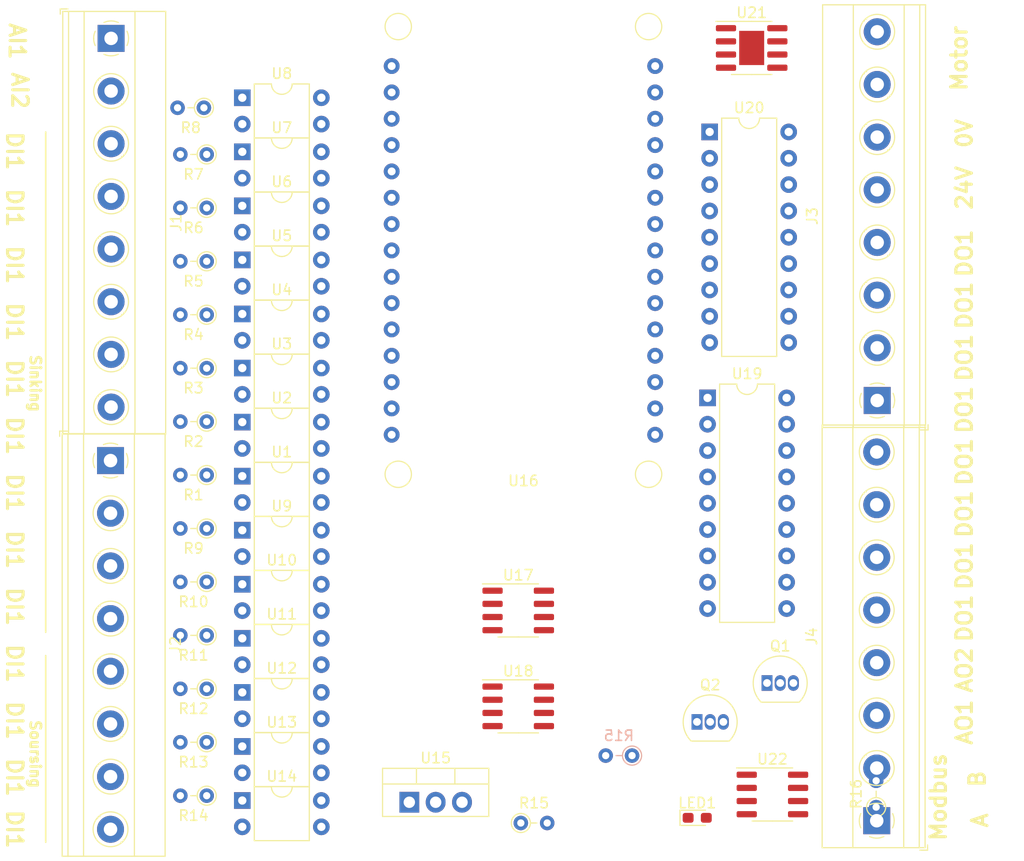
<source format=kicad_pcb>
(kicad_pcb (version 20211014) (generator pcbnew)
  (layers (0 "F.Cu" signal) (31 "B.Cu" signal) (34 "B.Paste" user) (35 "F.Paste" user) (36 "B.SilkS" user "B.Silkscreen") (37 "F.SilkS" user "F.Silkscreen") (38 "B.Mask" user) (39 "F.Mask" user) (44 "Edge.Cuts" user))
  (net 0 "")
  (net 1 "Net-(R1-Pad1)")
  (net 2 "Net-(R2-Pad1)")
  (net 3 "Net-(R3-Pad1)")
  (net 4 "Net-(R4-Pad1)")
  (net 5 "Net-(R5-Pad1)")
  (net 6 "Net-(R6-Pad1)")
  (net 7 "Net-(R7-Pad1)")
  (net 8 "Net-(R8-Pad1)")
  (net 9 "GND")
  (net 23 "Net-(R9-Pad1)")
  (net 24 "Net-(R10-Pad1)")
  (net 25 "Net-(R11-Pad1)")
  (net 26 "Net-(R12-Pad1)")
  (net 27 "Net-(R13-Pad1)")
  (net 28 "Net-(R14-Pad1)")
  (net 47 "Net-(J3-Pad1)")
  (net 50 "Net-(J3-Pad2)")
  (net 51 "Net-(J3-Pad3)")
  (net 52 "Net-(J3-Pad4)")
  (net 53 "Net-(J3-Pad5)")
  (net 54 "Net-(J4-Pad1)")
  (net 55 "Net-(J4-Pad2)")
  (net 56 "/RTS")
  (net 62 "Net-(J3-Pad7)")
  (net 63 "Net-(J3-Pad8)")
  (net 64 "Net-(LED1-PadA)")
  (net 67 "Net-(J4-Pad5)")
  (net 68 "Net-(J4-Pad6)")
  (net 69 "Net-(J4-Pad7)")
  (net 70 "Net-(J4-Pad8)")
  (net 83 "Net-(R4-Pad2)")
  (net 84 "Net-(R3-Pad2)")
  (net 85 "Net-(R2-Pad2)")
  (net 86 "Net-(R1-Pad2)")
  (net 103 "Net-(U1-Pad2)")
  (net 107 "+24V")
  (footprint "Package_DIP:DIP-4_W7.62mm" (layer "F.Cu") (at 145.9 43.051926)
    (fp_text reference "U8" (at 3.81 -2.33) (layer "F.SilkS"))
    (fp_text value "PC817")
    (pad "1" thru_hole rect (at 0 0) (size 1.6 1.6) (drill 0.8) (layers *.Cu *.Mask) (net 8 "Net-(R8-Pad1)"))
    (pad "2" thru_hole oval (at 0 2.54) (size 1.6 1.6) (drill 0.8) (layers *.Cu *.Mask) (net 103 "Net-(U1-Pad2)"))
    (pad "3" thru_hole oval (at 7.62 2.54) (size 1.6 1.6) (drill 0.8) (layers *.Cu *.Mask))
    (pad "4" thru_hole oval (at 7.62 0) (size 1.6 1.6) (drill 0.8) (layers *.Cu *.Mask))
  )
  (footprint "Package_DIP:DIP-4_W7.62mm" (layer "F.Cu") (at 145.9 95.190386)
    (fp_text reference "U11" (at 3.81 -2.33) (layer "F.SilkS"))
    (fp_text value "PC817")
    (pad "1" thru_hole rect (at 0 0) (size 1.6 1.6) (drill 0.8) (layers *.Cu *.Mask) (net 107 "+24V"))
    (pad "2" thru_hole oval (at 0 2.54) (size 1.6 1.6) (drill 0.8) (layers *.Cu *.Mask) (net 25 "Net-(R11-Pad1)"))
    (pad "3" thru_hole oval (at 7.62 2.54) (size 1.6 1.6) (drill 0.8) (layers *.Cu *.Mask))
    (pad "4" thru_hole oval (at 7.62 0) (size 1.6 1.6) (drill 0.8) (layers *.Cu *.Mask))
  )
  (footprint "TerminalBlock_Phoenix:TerminalBlock_Phoenix_MKDS-1,5-8-5.08_1x08_P5.08mm_Horizontal" (layer "F.Cu") (at 133.2 78.046924 -90)
    (fp_text reference "J2" (at 17.78 -6.26 90) (layer "F.SilkS"))
    (fp_text value "Screw_Terminal_01x08")
    (pad "1" thru_hole rect (at 0 0 270) (size 2.6 2.6) (drill 1.3) (layers *.Cu *.Mask))
    (pad "2" thru_hole circle (at 5.08 0 270) (size 2.6 2.6) (drill 1.3) (layers *.Cu *.Mask))
    (pad "3" thru_hole circle (at 10.16 0 270) (size 2.6 2.6) (drill 1.3) (layers *.Cu *.Mask))
    (pad "4" thru_hole circle (at 15.24 0 270) (size 2.6 2.6) (drill 1.3) (layers *.Cu *.Mask))
    (pad "5" thru_hole circle (at 20.32 0 270) (size 2.6 2.6) (drill 1.3) (layers *.Cu *.Mask))
    (pad "6" thru_hole circle (at 25.4 0 270) (size 2.6 2.6) (drill 1.3) (layers *.Cu *.Mask))
    (pad "7" thru_hole circle (at 30.48 0 270) (size 2.6 2.6) (drill 1.3) (layers *.Cu *.Mask))
    (pad "8" thru_hole circle (at 35.56 0 270) (size 2.6 2.6) (drill 1.3) (layers *.Cu *.Mask))
  )
  (footprint "Package_SO:SOIC-8-1EP_3.9x4.9mm_P1.27mm_EP2.41x3.3mm" (layer "F.Cu") (at 195 38.25)
    (fp_text reference "U21" (at 0 -3.4) (layer "F.SilkS"))
    (fp_text value "TB67H451FNG ")
    (pad "1" smd roundrect (at -2.475 -1.905) (size 1.95 0.6) (layers "F.Cu" "F.Paste" "F.Mask"))
    (pad "2" smd roundrect (at -2.475 -0.635) (size 1.95 0.6) (layers "F.Cu" "F.Paste" "F.Mask"))
    (pad "3" smd roundrect (at -2.475 0.635) (size 1.95 0.6) (layers "F.Cu" "F.Paste" "F.Mask"))
    (pad "4" smd roundrect (at -2.475 1.905) (size 1.95 0.6) (layers "F.Cu" "F.Paste" "F.Mask"))
    (pad "5" smd roundrect (at 2.475 1.905) (size 1.95 0.6) (layers "F.Cu" "F.Paste" "F.Mask") (net 53 "Net-(J3-Pad5)"))
    (pad "6" smd roundrect (at 2.475 0.635) (size 1.95 0.6) (layers "F.Cu" "F.Paste" "F.Mask") (net 63 "Net-(J3-Pad8)"))
    (pad "7" smd roundrect (at 2.475 -0.635) (size 1.95 0.6) (layers "F.Cu" "F.Paste" "F.Mask"))
    (pad "8" smd roundrect (at 2.475 -1.905) (size 1.95 0.6) (layers "F.Cu" "F.Paste" "F.Mask") (net 62 "Net-(J3-Pad7)"))
    (pad "9" smd rect (at 0 0) (size 2.41 3.3) (layers "F.Cu" "F.Mask"))
  )
  (footprint "Package_DIP:DIP-4_W7.62mm" (layer "F.Cu") (at 145.9 63.90731)
    (fp_text reference "U4" (at 3.81 -2.33) (layer "F.SilkS"))
    (fp_text value "PC817")
    (pad "1" thru_hole rect (at 0 0) (size 1.6 1.6) (drill 0.8) (layers *.Cu *.Mask) (net 4 "Net-(R4-Pad1)"))
    (pad "2" thru_hole oval (at 0 2.54) (size 1.6 1.6) (drill 0.8) (layers *.Cu *.Mask) (net 103 "Net-(U1-Pad2)"))
    (pad "3" thru_hole oval (at 7.62 2.54) (size 1.6 1.6) (drill 0.8) (layers *.Cu *.Mask))
    (pad "4" thru_hole oval (at 7.62 0) (size 1.6 1.6) (drill 0.8) (layers *.Cu *.Mask))
  )
  (footprint "Resistor_THT:R_Axial_DIN0204_L3.6mm_D1.6mm_P2.54mm_Vertical" (layer "F.Cu") (at 142.47 48.519232 180)
    (fp_text reference "R7" (at 1.27 -1.92 180) (layer "F.SilkS"))
    (fp_text value "R")
    (pad "1" thru_hole circle (at 0 0 180) (size 1.4 1.4) (drill 0.7) (layers *.Cu *.Mask) (net 7 "Net-(R7-Pad1)"))
    (pad "2" thru_hole oval (at 2.54 0 180) (size 1.4 1.4) (drill 0.7) (layers *.Cu *.Mask))
  )
  (footprint "TerminalBlock_Phoenix:TerminalBlock_Phoenix_MKDS-1,5-8-5.08_1x08_P5.08mm_Horizontal" (layer "F.Cu") (at 133.255 37.326924 -90)
    (fp_text reference "J1" (at 17.78 -6.26 90) (layer "F.SilkS"))
    (fp_text value "Screw_Terminal_01x08")
    (pad "1" thru_hole rect (at 0 0 270) (size 2.6 2.6) (drill 1.3) (layers *.Cu *.Mask))
    (pad "2" thru_hole circle (at 5.08 0 270) (size 2.6 2.6) (drill 1.3) (layers *.Cu *.Mask))
    (pad "3" thru_hole circle (at 10.16 0 270) (size 2.6 2.6) (drill 1.3) (layers *.Cu *.Mask) (net 86 "Net-(R1-Pad2)"))
    (pad "4" thru_hole circle (at 15.24 0 270) (size 2.6 2.6) (drill 1.3) (layers *.Cu *.Mask) (net 85 "Net-(R2-Pad2)"))
    (pad "5" thru_hole circle (at 20.32 0 270) (size 2.6 2.6) (drill 1.3) (layers *.Cu *.Mask) (net 84 "Net-(R3-Pad2)"))
    (pad "6" thru_hole circle (at 25.4 0 270) (size 2.6 2.6) (drill 1.3) (layers *.Cu *.Mask) (net 83 "Net-(R4-Pad2)"))
    (pad "7" thru_hole circle (at 30.48 0 270) (size 2.6 2.6) (drill 1.3) (layers *.Cu *.Mask))
    (pad "8" thru_hole circle (at 35.56 0 270) (size 2.6 2.6) (drill 1.3) (layers *.Cu *.Mask))
  )
  (footprint "Resistor_THT:R_Axial_DIN0204_L3.6mm_D1.6mm_P2.54mm_Vertical" (layer "F.Cu") (at 142.47 69.134616 180)
    (fp_text reference "R3" (at 1.27 -1.92 180) (layer "F.SilkS"))
    (fp_text value "R")
    (pad "1" thru_hole circle (at 0 0 180) (size 1.4 1.4) (drill 0.7) (layers *.Cu *.Mask) (net 3 "Net-(R3-Pad1)"))
    (pad "2" thru_hole oval (at 2.54 0 180) (size 1.4 1.4) (drill 0.7) (layers *.Cu *.Mask) (net 84 "Net-(R3-Pad2)"))
  )
  (footprint "Resistor_THT:R_Axial_DIN0204_L3.6mm_D1.6mm_P2.54mm_Vertical" (layer "F.Cu") (at 172.75 113)
    (fp_text reference "R15" (at 1.27 -1.92) (layer "F.SilkS"))
    (fp_text value "R220")
    (pad "1" thru_hole circle (at 0 0) (size 1.4 1.4) (drill 0.7) (layers *.Cu *.Mask))
    (pad "2" thru_hole oval (at 2.54 0) (size 1.4 1.4) (drill 0.7) (layers *.Cu *.Mask))
  )
  (footprint "Package_DIP:DIP-4_W7.62mm" (layer "F.Cu") (at 145.9 79.548848)
    (fp_text reference "U1" (at 3.81 -2.33) (layer "F.SilkS"))
    (fp_text value "PC817")
    (pad "1" thru_hole rect (at 0 0) (size 1.6 1.6) (drill 0.8) (layers *.Cu *.Mask) (net 1 "Net-(R1-Pad1)"))
    (pad "2" thru_hole oval (at 0 2.54) (size 1.6 1.6) (drill 0.8) (layers *.Cu *.Mask) (net 103 "Net-(U1-Pad2)"))
    (pad "3" thru_hole oval (at 7.62 2.54) (size 1.6 1.6) (drill 0.8) (layers *.Cu *.Mask))
    (pad "4" thru_hole oval (at 7.62 0) (size 1.6 1.6) (drill 0.8) (layers *.Cu *.Mask))
  )
  (footprint "Package_DIP:DIP-4_W7.62mm" (layer "F.Cu") (at 145.9 89.97654)
    (fp_text reference "U10" (at 3.81 -2.33) (layer "F.SilkS"))
    (fp_text value "PC817")
    (pad "1" thru_hole rect (at 0 0) (size 1.6 1.6) (drill 0.8) (layers *.Cu *.Mask) (net 24 "Net-(R10-Pad1)"))
    (pad "2" thru_hole oval (at 0 2.54) (size 1.6 1.6) (drill 0.8) (layers *.Cu *.Mask) (net 103 "Net-(U1-Pad2)"))
    (pad "3" thru_hole oval (at 7.62 2.54) (size 1.6 1.6) (drill 0.8) (layers *.Cu *.Mask))
    (pad "4" thru_hole oval (at 7.62 0) (size 1.6 1.6) (drill 0.8) (layers *.Cu *.Mask))
  )
  (footprint "Package_SO:SOIC-8_3.9x4.9mm_P1.27mm" (layer "F.Cu") (at 172.5 101.75)
    (fp_text reference "U18" (at 0 -3.4) (layer "F.SilkS"))
    (fp_text value "XTR115U")
    (pad "1" smd roundrect (at -2.475 -1.905) (size 1.95 0.6) (layers "F.Cu" "F.Paste" "F.Mask"))
    (pad "2" smd roundrect (at -2.475 -0.635) (size 1.95 0.6) (layers "F.Cu" "F.Paste" "F.Mask"))
    (pad "3" smd roundrect (at -2.475 0.635) (size 1.95 0.6) (layers "F.Cu" "F.Paste" "F.Mask"))
    (pad "4" smd roundrect (at -2.475 1.905) (size 1.95 0.6) (layers "F.Cu" "F.Paste" "F.Mask"))
    (pad "5" smd roundrect (at 2.475 1.905) (size 1.95 0.6) (layers "F.Cu" "F.Paste" "F.Mask"))
    (pad "6" smd roundrect (at 2.475 0.635) (size 1.95 0.6) (layers "F.Cu" "F.Paste" "F.Mask"))
    (pad "7" smd roundrect (at 2.475 -0.635) (size 1.95 0.6) (layers "F.Cu" "F.Paste" "F.Mask"))
    (pad "8" smd roundrect (at 2.475 -1.905) (size 1.95 0.6) (layers "F.Cu" "F.Paste" "F.Mask"))
  )
  (footprint "Resistor_THT:R_Axial_DIN0204_L3.6mm_D1.6mm_P2.54mm_Vertical" (layer "F.Cu") (at 142.47 53.673078 180)
    (fp_text reference "R6" (at 1.27 -1.92 180) (layer "F.SilkS"))
    (fp_text value "R")
    (pad "1" thru_hole circle (at 0 0 180) (size 1.4 1.4) (drill 0.7) (layers *.Cu *.Mask) (net 6 "Net-(R6-Pad1)"))
    (pad "2" thru_hole oval (at 2.54 0 180) (size 1.4 1.4) (drill 0.7) (layers *.Cu *.Mask))
  )
  (footprint "Package_DIP:DIP-4_W7.62mm" (layer "F.Cu") (at 145.9 84.762694)
    (fp_text reference "U9" (at 3.81 -2.33) (layer "F.SilkS"))
    (fp_text value "PC817")
    (pad "1" thru_hole rect (at 0 0) (size 1.6 1.6) (drill 0.8) (layers *.Cu *.Mask) (net 23 "Net-(R9-Pad1)"))
    (pad "2" thru_hole oval (at 0 2.54) (size 1.6 1.6) (drill 0.8) (layers *.Cu *.Mask) (net 103 "Net-(U1-Pad2)"))
    (pad "3" thru_hole oval (at 7.62 2.54) (size 1.6 1.6) (drill 0.8) (layers *.Cu *.Mask))
    (pad "4" thru_hole oval (at 7.62 0) (size 1.6 1.6) (drill 0.8) (layers *.Cu *.Mask))
  )
  (footprint "Package_DIP:DIP-18_W7.62mm" (layer "F.Cu") (at 190.75 72)
    (fp_text reference "U19" (at 3.81 -2.33) (layer "F.SilkS"))
    (fp_text value "PCF8574")
    (pad "1" thru_hole rect (at 0 0) (size 1.6 1.6) (drill 0.8) (layers *.Cu *.Mask))
    (pad "2" thru_hole oval (at 0 2.54) (size 1.6 1.6) (drill 0.8) (layers *.Cu *.Mask))
    (pad "3" thru_hole oval (at 0 5.08) (size 1.6 1.6) (drill 0.8) (layers *.Cu *.Mask))
    (pad "4" thru_hole oval (at 0 7.62) (size 1.6 1.6) (drill 0.8) (layers *.Cu *.Mask))
    (pad "5" thru_hole oval (at 0 10.16) (size 1.6 1.6) (drill 0.8) (layers *.Cu *.Mask))
    (pad "6" thru_hole oval (at 0 12.7) (size 1.6 1.6) (drill 0.8) (layers *.Cu *.Mask))
    (pad "7" thru_hole oval (at 0 15.24) (size 1.6 1.6) (drill 0.8) (layers *.Cu *.Mask))
    (pad "8" thru_hole oval (at 0 17.78) (size 1.6 1.6) (drill 0.8) (layers *.Cu *.Mask))
    (pad "9" thru_hole oval (at 0 20.32) (size 1.6 1.6) (drill 0.8) (layers *.Cu *.Mask))
    (pad "10" thru_hole oval (at 7.62 20.32) (size 1.6 1.6) (drill 0.8) (layers *.Cu *.Mask))
    (pad "11" thru_hole oval (at 7.62 17.78) (size 1.6 1.6) (drill 0.8) (layers *.Cu *.Mask))
    (pad "12" thru_hole oval (at 7.62 15.24) (size 1.6 1.6) (drill 0.8) (layers *.Cu *.Mask))
    (pad "13" thru_hole oval (at 7.62 12.7) (size 1.6 1.6) (drill 0.8) (layers *.Cu *.Mask))
    (pad "14" thru_hole oval (at 7.62 10.16) (size 1.6 1.6) (drill 0.8) (layers *.Cu *.Mask))
    (pad "15" thru_hole oval (at 7.62 7.62) (size 1.6 1.6) (drill 0.8) (layers *.Cu *.Mask))
    (pad "16" thru_hole oval (at 7.62 5.08) (size 1.6 1.6) (drill 0.8) (layers *.Cu *.Mask))
    (pad "17" thru_hole oval (at 7.62 2.54) (size 1.6 1.6) (drill 0.8) (layers *.Cu *.Mask))
    (pad "18" thru_hole oval (at 7.62 0) (size 1.6 1.6) (drill 0.8) (layers *.Cu *.Mask))
  )
  (footprint "Resistor_THT:R_Axial_DIN0204_L3.6mm_D1.6mm_P2.54mm_Vertical" (layer "F.Cu") (at 142.47 63.98077 180)
    (fp_text reference "R4" (at 1.27 -1.92 180) (layer "F.SilkS"))
    (fp_text value "R")
    (pad "1" thru_hole circle (at 0 0 180) (size 1.4 1.4) (drill 0.7) (layers *.Cu *.Mask) (net 4 "Net-(R4-Pad1)"))
    (pad "2" thru_hole oval (at 2.54 0 180) (size 1.4 1.4) (drill 0.7) (layers *.Cu *.Mask) (net 83 "Net-(R4-Pad2)"))
  )
  (footprint "TerminalBlock_Phoenix:TerminalBlock_Phoenix_MKDS-1,5-8-5.08_1x08_P5.08mm_Horizontal" (layer "F.Cu") (at 207.1 72.25 90)
    (fp_text reference "J3" (at 17.78 -6.26 90) (layer "F.SilkS"))
    (fp_text value "Screw_Terminal_01x08")
    (pad "1" thru_hole rect (at 0 0 90) (size 2.6 2.6) (drill 1.3) (layers *.Cu *.Mask) (net 47 "Net-(J3-Pad1)"))
    (pad "2" thru_hole circle (at 5.08 0 90) (size 2.6 2.6) (drill 1.3) (layers *.Cu *.Mask) (net 50 "Net-(J3-Pad2)"))
    (pad "3" thru_hole circle (at 10.16 0 90) (size 2.6 2.6) (drill 1.3) (layers *.Cu *.Mask) (net 51 "Net-(J3-Pad3)"))
    (pad "4" thru_hole circle (at 15.24 0 90) (size 2.6 2.6) (drill 1.3) (layers *.Cu *.Mask) (net 52 "Net-(J3-Pad4)"))
    (pad "5" thru_hole circle (at 20.32 0 90) (size 2.6 2.6) (drill 1.3) (layers *.Cu *.Mask) (net 53 "Net-(J3-Pad5)"))
    (pad "6" thru_hole circle (at 25.4 0 90) (size 2.6 2.6) (drill 1.3) (layers *.Cu *.Mask) (net 9 "GND"))
    (pad "7" thru_hole circle (at 30.48 0 90) (size 2.6 2.6) (drill 1.3) (layers *.Cu *.Mask) (net 62 "Net-(J3-Pad7)"))
    (pad "8" thru_hole circle (at 35.56 0 90) (size 2.6 2.6) (drill 1.3) (layers *.Cu *.Mask) (net 63 "Net-(J3-Pad8)"))
  )
  (footprint "Resistor_THT:R_Axial_DIN0204_L3.6mm_D1.6mm_P2.54mm_Vertical" (layer "F.Cu") (at 142.47 84.596154 180)
    (fp_text reference "R9" (at 1.27 -1.92 180) (layer "F.SilkS"))
    (fp_text value "R")
    (pad "1" thru_hole circle (at 0 0 180) (size 1.4 1.4) (drill 0.7) (layers *.Cu *.Mask) (net 23 "Net-(R9-Pad1)"))
    (pad "2" thru_hole oval (at 2.54 0 180) (size 1.4 1.4) (drill 0.7) (layers *.Cu *.Mask))
  )
  (footprint "Package_DIP:DIP-18_W7.62mm" (layer "F.Cu") (at 190.95 46.35)
    (fp_text reference "U20" (at 3.81 -2.33) (layer "F.SilkS"))
    (fp_text value "ULN2803A")
    (pad "1" thru_hole rect (at 0 0) (size 1.6 1.6) (drill 0.8) (layers *.Cu *.Mask))
    (pad "2" thru_hole oval (at 0 2.54) (size 1.6 1.6) (drill 0.8) (layers *.Cu *.Mask))
    (pad "3" thru_hole oval (at 0 5.08) (size 1.6 1.6) (drill 0.8) (layers *.Cu *.Mask))
    (pad "4" thru_hole oval (at 0 7.62) (size 1.6 1.6) (drill 0.8) (layers *.Cu *.Mask))
    (pad "5" thru_hole oval (at 0 10.16) (size 1.6 1.6) (drill 0.8) (layers *.Cu *.Mask))
    (pad "6" thru_hole oval (at 0 12.7) (size 1.6 1.6) (drill 0.8) (layers *.Cu *.Mask))
    (pad "7" thru_hole oval (at 0 15.24) (size 1.6 1.6) (drill 0.8) (layers *.Cu *.Mask))
    (pad "8" thru_hole oval (at 0 17.78) (size 1.6 1.6) (drill 0.8) (layers *.Cu *.Mask))
    (pad "9" thru_hole oval (at 0 20.32) (size 1.6 1.6) (drill 0.8) (layers *.Cu *.Mask) (net 9 "GND"))
    (pad "10" thru_hole oval (at 7.62 20.32) (size 1.6 1.6) (drill 0.8) (layers *.Cu *.Mask) (net 53 "Net-(J3-Pad5)"))
    (pad "11" thru_hole oval (at 7.62 17.78) (size 1.6 1.6) (drill 0.8) (layers *.Cu *.Mask) (net 67 "Net-(J4-Pad5)"))
    (pad "12" thru_hole oval (at 7.62 15.24) (size 1.6 1.6) (drill 0.8) (layers *.Cu *.Mask) (net 68 "Net-(J4-Pad6)"))
    (pad "13" thru_hole oval (at 7.62 12.7) (size 1.6 1.6) (drill 0.8) (layers *.Cu *.Mask) (net 69 "Net-(J4-Pad7)"))
    (pad "14" thru_hole oval (at 7.62 10.16) (size 1.6 1.6) (drill 0.8) (layers *.Cu *.Mask) (net 70 "Net-(J4-Pad8)"))
    (pad "15" thru_hole oval (at 7.62 7.62) (size 1.6 1.6) (drill 0.8) (layers *.Cu *.Mask) (net 47 "Net-(J3-Pad1)"))
    (pad "16" thru_hole oval (at 7.62 5.08) (size 1.6 1.6) (drill 0.8) (layers *.Cu *.Mask) (net 50 "Net-(J3-Pad2)"))
    (pad "17" thru_hole oval (at 7.62 2.54) (size 1.6 1.6) (drill 0.8) (layers *.Cu *.Mask) (net 51 "Net-(J3-Pad3)"))
    (pad "18" thru_hole oval (at 7.62 0) (size 1.6 1.6) (drill 0.8) (layers *.Cu *.Mask) (net 52 "Net-(J3-Pad4)"))
  )
  (footprint "Package_SO:SOIC-8_3.9x4.9mm_P1.27mm" (layer "F.Cu") (at 172.5 92.5)
    (fp_text reference "U17" (at 0 -3.4) (layer "F.SilkS"))
    (fp_text value "XTR115U")
    (pad "1" smd roundrect (at -2.475 -1.905) (size 1.95 0.6) (layers "F.Cu" "F.Paste" "F.Mask"))
    (pad "2" smd roundrect (at -2.475 -0.635) (size 1.95 0.6) (layers "F.Cu" "F.Paste" "F.Mask"))
    (pad "3" smd roundrect (at -2.475 0.635) (size 1.95 0.6) (layers "F.Cu" "F.Paste" "F.Mask"))
    (pad "4" smd roundrect (at -2.475 1.905) (size 1.95 0.6) (layers "F.Cu" "F.Paste" "F.Mask"))
    (pad "5" smd roundrect (at 2.475 1.905) (size 1.95 0.6) (layers "F.Cu" "F.Paste" "F.Mask"))
    (pad "6" smd roundrect (at 2.475 0.635) (size 1.95 0.6) (layers "F.Cu" "F.Paste" "F.Mask"))
    (pad "7" smd roundrect (at 2.475 -0.635) (size 1.95 0.6) (layers "F.Cu" "F.Paste" "F.Mask"))
    (pad "8" smd roundrect (at 2.475 -1.905) (size 1.95 0.6) (layers "F.Cu" "F.Paste" "F.Mask"))
  )
  (footprint "LED_SMD:LED_0603_1608Metric_Pad1.05x0.95mm_HandSolder" (layer "F.Cu") (at 189.75 112.5)
    (fp_text reference "LED1" (at 0 -1.43) (layer "F.SilkS"))
    (fp_text value "Green")
    (pad "1" smd roundrect (at -0.875 0) (size 1.05 0.95) (layers "F.Cu" "F.Paste" "F.Mask"))
    (pad "2" smd roundrect (at 0.875 0) (size 1.05 0.95) (layers "F.Cu" "F.Paste" "F.Mask"))
  )
  (footprint "Package_DIP:DIP-4_W7.62mm" (layer "F.Cu") (at 145.9 105.618078)
    (fp_text reference "U13" (at 3.81 -2.33) (layer "F.SilkS"))
    (fp_text value "PC817")
    (pad "1" thru_hole rect (at 0 0) (size 1.6 1.6) (drill 0.8) (layers *.Cu *.Mask))
    (pad "2" thru_hole oval (at 0 2.54) (size 1.6 1.6) (drill 0.8) (layers *.Cu *.Mask) (net 27 "Net-(R13-Pad1)"))
    (pad "3" thru_hole oval (at 7.62 2.54) (size 1.6 1.6) (drill 0.8) (layers *.Cu *.Mask))
    (pad "4" thru_hole oval (at 7.62 0) (size 1.6 1.6) (drill 0.8) (layers *.Cu *.Mask))
  )
  (footprint "Package_TO_SOT_THT:TO-92_Inline" (layer "F.Cu") (at 196.48 99.5)
    (fp_text reference "Q1" (at 1.27 -3.56) (layer "F.SilkS"))
    (fp_text value "BC548")
    (pad "1" thru_hole rect (at 0 0) (size 1.05 1.5) (drill 0.75) (layers *.Cu *.Mask))
    (pad "2" thru_hole oval (at 1.27 0) (size 1.05 1.5) (drill 0.75) (layers *.Cu *.Mask))
    (pad "3" thru_hole oval (at 2.54 0) (size 1.05 1.5) (drill 0.75) (layers *.Cu *.Mask))
  )
  (footprint "Resistor_THT:R_Axial_DIN0204_L3.6mm_D1.6mm_P2.54mm_Vertical" (layer "F.Cu") (at 142.47 79.442308 180)
    (fp_text reference "R1" (at 1.27 -1.92 180) (layer "F.SilkS"))
    (fp_text value "R")
    (pad "1" thru_hole circle (at 0 0 180) (size 1.4 1.4) (drill 0.7) (layers *.Cu *.Mask) (net 1 "Net-(R1-Pad1)"))
    (pad "2" thru_hole oval (at 2.54 0 180) (size 1.4 1.4) (drill 0.7) (layers *.Cu *.Mask) (net 86 "Net-(R1-Pad2)"))
  )
  (footprint "Resistor_THT:R_Axial_DIN0204_L3.6mm_D1.6mm_P2.54mm_Vertical" (layer "F.Cu") (at 142.47 89.75 180)
    (fp_text reference "R10" (at 1.27 -1.92 180) (layer "F.SilkS"))
    (fp_text value "R")
    (pad "1" thru_hole circle (at 0 0 180) (size 1.4 1.4) (drill 0.7) (layers *.Cu *.Mask) (net 24 "Net-(R10-Pad1)"))
    (pad "2" thru_hole oval (at 2.54 0 180) (size 1.4 1.4) (drill 0.7) (layers *.Cu *.Mask))
  )
  (footprint "Resistor_THT:R_Axial_DIN0204_L3.6mm_D1.6mm_P2.54mm_Vertical" (layer "F.Cu") (at 142.2 44.019232 180)
    (fp_text reference "R8" (at 1.27 -1.92 180) (layer "F.SilkS"))
    (fp_text value "R")
    (pad "1" thru_hole circle (at 0 0 180) (size 1.4 1.4) (drill 0.7) (layers *.Cu *.Mask) (net 8 "Net-(R8-Pad1)"))
    (pad "2" thru_hole oval (at 2.54 0 180) (size 1.4 1.4) (drill 0.7) (layers *.Cu *.Mask))
  )
  (footprint "Resistor_THT:R_Axial_DIN0204_L3.6mm_D1.6mm_P2.54mm_Vertical" (layer "F.Cu") (at 142.47 110.365386 180)
    (fp_text reference "R14" (at 1.27 -1.92 180) (layer "F.SilkS"))
    (fp_text value "R")
    (pad "1" thru_hole circle (at 0 0 180) (size 1.4 1.4) (drill 0.7) (layers *.Cu *.Mask) (net 28 "Net-(R14-Pad1)"))
    (pad "2" thru_hole oval (at 2.54 0 180) (size 1.4 1.4) (drill 0.7) (layers *.Cu *.Mask))
  )
  (footprint "Package_TO_SOT_THT:TO-220-3_Vertical" (layer "F.Cu") (at 162 111)
    (fp_text reference "U15" (at 2.54 -4.27) (layer "F.SilkS"))
    (fp_text value "LM7812_TO220")
    (pad "1" thru_hole rect (at 0 0) (size 1.905 2) (drill 1.1) (layers *.Cu *.Mask))
    (pad "2" thru_hole oval (at 2.54 0) (size 1.905 2) (drill 1.1) (layers *.Cu *.Mask))
    (pad "3" thru_hole oval (at 5.08 0) (size 1.905 2) (drill 1.1) (layers *.Cu *.Mask))
  )
  (footprint "Package_DIP:DIP-4_W7.62mm" (layer "F.Cu") (at 145.9 110.831924)
    (fp_text reference "U14" (at 3.81 -2.33) (layer "F.SilkS"))
    (fp_text value "PC817")
    (pad "1" thru_hole rect (at 0 0) (size 1.6 1.6) (drill 0.8) (layers *.Cu *.Mask))
    (pad "2" thru_hole oval (at 0 2.54) (size 1.6 1.6) (drill 0.8) (layers *.Cu *.Mask) (net 28 "Net-(R14-Pad1)"))
    (pad "3" thru_hole oval (at 7.62 2.54) (size 1.6 1.6) (drill 0.8) (layers *.Cu *.Mask))
    (pad "4" thru_hole oval (at 7.62 0) (size 1.6 1.6) (drill 0.8) (layers *.Cu *.Mask))
  )
  (footprint "Resistor_THT:R_Axial_DIN0204_L3.6mm_D1.6mm_P2.54mm_Vertical" (layer "F.Cu") (at 142.47 100.057692 180)
    (fp_text reference "R12" (at 1.27 -1.92 180) (layer "F.SilkS"))
    (fp_text value "R")
    (pad "1" thru_hole circle (at 0 0 180) (size 1.4 1.4) (drill 0.7) (layers *.Cu *.Mask) (net 26 "Net-(R12-Pad1)"))
    (pad "2" thru_hole oval (at 2.54 0 180) (size 1.4 1.4) (drill 0.7) (layers *.Cu *.Mask))
  )
  (footprint "doit-esp32-devkit-kicad:ESP32-DOIT-DEVKIT" (layer "F.Cu") (at 173 82.5425 180)
    (fp_text reference "U16" (at 0 2.54) (layer "F.SilkS"))
    (fp_text value "ESP32-DEVKIT-V1")
    (pad "1" thru_hole circle (at -12.7 6.985 180) (size 1.524 1.524) (drill 0.762) (layers *.Cu *.Mask))
    (pad "2" thru_hole circle (at -12.7 9.525 180) (size 1.524 1.524) (drill 0.762) (layers *.Cu *.Mask))
    (pad "3" thru_hole circle (at -12.7 12.065 180) (size 1.524 1.524) (drill 0.762) (layers *.Cu *.Mask))
    (pad "4" thru_hole circle (at -12.7 14.605 180) (size 1.524 1.524) (drill 0.762) (layers *.Cu *.Mask))
    (pad "5" thru_hole circle (at -12.7 17.145 180) (size 1.524 1.524) (drill 0.762) (layers *.Cu *.Mask))
    (pad "6" thru_hole circle (at -12.7 19.685 180) (size 1.524 1.524) (drill 0.762) (layers *.Cu *.Mask))
    (pad "7" thru_hole circle (at -12.7 22.225 180) (size 1.524 1.524) (drill 0.762) (layers *.Cu *.Mask))
    (pad "8" thru_hole circle (at -12.7 24.765 180) (size 1.524 1.524) (drill 0.762) (layers *.Cu *.Mask))
    (pad "9" thru_hole circle (at -12.7 27.305 180) (size 1.524 1.524) (drill 0.762) (layers *.Cu *.Mask))
    (pad "10" thru_hole circle (at -12.7 29.845 180) (size 1.524 1.524) (drill 0.762) (layers *.Cu *.Mask))
    (pad "11" thru_hole circle (at -12.7 32.385 180) (size 1.524 1.524) (drill 0.762) (layers *.Cu *.Mask))
    (pad "12" thru_hole circle (at -12.7 34.925 180) (size 1.524 1.524) (drill 0.762) (layers *.Cu *.Mask))
    (pad "13" thru_hole circle (at -12.7 37.465 180) (size 1.524 1.524) (drill 0.762) (layers *.Cu *.Mask))
    (pad "14" thru_hole circle (at -12.7 40.005 180) (size 1.524 1.524) (drill 0.762) (layers *.Cu *.Mask))
    (pad "15" thru_hole circle (at -12.7 42.545 180) (size 1.524 1.524) (drill 0.762) (layers *.Cu *.Mask))
    (pad "16" thru_hole circle (at 12.7 42.545 180) (size 1.524 1.524) (drill 0.762) (layers *.Cu *.Mask))
    (pad "17" thru_hole circle (at 12.7 40.005 180) (size 1.524 1.524) (drill 0.762) (layers *.Cu *.Mask))
    (pad "18" thru_hole circle (at 12.7 37.465 180) (size 1.524 1.524) (drill 0.762) (layers *.Cu *.Mask))
    (pad "19" thru_hole circle (at 12.7 34.925 180) (size 1.524 1.524) (drill 0.762) (layers *.Cu *.Mask))
    (pad "20" thru_hole circle (at 12.7 32.385 180) (size 1.524 1.524) (drill 0.762) (layers *.Cu *.Mask))
    (pad "21" thru_hole circle (at 12.7 29.845 180) (size 1.524 1.524) (drill 0.762) (layers *.Cu *.Mask))
    (pad "22" thru_hole circle (at 12.7 27.305 180) (size 1.524 1.524) (drill 0.762) (layers *.Cu *.Mask))
    (pad "23" thru_hole circle (at 12.7 24.765 180) (size 1.524 1.524) (drill 0.762) (layers *.Cu *.Mask))
    (pad "24" thru_hole circle (at 12.7 22.225 180) (size 1.524 1.524) (drill 0.762) (layers *.Cu *.Mask))
    (pad "25" thru_hole circle (at 12.7 19.685 180) (size 1.524 1.524) (drill 0.762) (layers *.Cu *.Mask))
    (pad "26" thru_hole circle (at 12.7 17.145 180) (size 1.524 1.524) (drill 0.762) (layers *.Cu *.Mask))
    (pad "27" thru_hole circle (at 12.7 14.605 180) (size 1.524 1.524) (drill 0.762) (layers *.Cu *.Mask))
    (pad "28" thru_hole circle (at 12.7 12.065 180) (size 1.524 1.524) (drill 0.762) (layers *.Cu *.Mask))
    (pad "29" thru_hole circle (at 12.7 9.525 180) (size 1.524 1.524) (drill 0.762) (layers *.Cu *.Mask))
    (pad "30" thru_hole circle (at 12.7 6.985 180) (size 1.524 1.524) (drill 0.762) (layers *.Cu *.Mask))
  )
  (footprint "TerminalBlock_Phoenix:TerminalBlock_Phoenix_MKDS-1,5-8-5.08_1x08_P5.08mm_Horizontal" (layer "F.Cu") (at 207.055 112.78 90)
    (fp_text reference "J4" (at 17.78 -6.26 90) (layer "F.SilkS"))
    (fp_text value "Screw_Terminal_01x08")
    (pad "1" thru_hole rect (at 0 0 90) (size 2.6 2.6) (drill 1.3) (layers *.Cu *.Mask))
    (pad "2" thru_hole circle (at 5.08 0 90) (size 2.6 2.6) (drill 1.3) (layers *.Cu *.Mask))
    (pad "3" thru_hole circle (at 10.16 0 90) (size 2.6 2.6) (drill 1.3) (layers *.Cu *.Mask))
    (pad "4" thru_hole circle (at 15.24 0 90) (size 2.6 2.6) (drill 1.3) (layers *.Cu *.Mask))
    (pad "5" thru_hole circle (at 20.32 0 90) (size 2.6 2.6) (drill 1.3) (layers *.Cu *.Mask) (net 67 "Net-(J4-Pad5)"))
    (pad "6" thru_hole circle (at 25.4 0 90) (size 2.6 2.6) (drill 1.3) (layers *.Cu *.Mask) (net 68 "Net-(J4-Pad6)"))
    (pad "7" thru_hole circle (at 30.48 0 90) (size 2.6 2.6) (drill 1.3) (layers *.Cu *.Mask) (net 69 "Net-(J4-Pad7)"))
    (pad "8" thru_hole circle (at 35.56 0 90) (size 2.6 2.6) (drill 1.3) (layers *.Cu *.Mask) (net 70 "Net-(J4-Pad8)"))
  )
  (footprint "Resistor_THT:R_Axial_DIN0204_L3.6mm_D1.6mm_P2.54mm_Vertical" (layer "F.Cu") (at 142.47 74.288462 180)
    (fp_text reference "R2" (at 1.27 -1.92 180) (layer "F.SilkS"))
    (fp_text value "R")
    (pad "1" thru_hole circle (at 0 0 180) (size 1.4 1.4) (drill 0.7) (layers *.Cu *.Mask) (net 2 "Net-(R2-Pad1)"))
    (pad "2" thru_hole oval (at 2.54 0 180) (size 1.4 1.4) (drill 0.7) (layers *.Cu *.Mask) (net 85 "Net-(R2-Pad2)"))
  )
  (footprint "Package_DIP:DIP-4_W7.62mm" (layer "F.Cu") (at 145.9 69.121156)
    (fp_text reference "U3" (at 3.81 -2.33) (layer "F.SilkS"))
    (fp_text value "PC817")
    (pad "1" thru_hole rect (at 0 0) (size 1.6 1.6) (drill 0.8) (layers *.Cu *.Mask) (net 3 "Net-(R3-Pad1)"))
    (pad "2" thru_hole oval (at 0 2.54) (size 1.6 1.6) (drill 0.8) (layers *.Cu *.Mask) (net 103 "Net-(U1-Pad2)"))
    (pad "3" thru_hole oval (at 7.62 2.54) (size 1.6 1.6) (drill 0.8) (layers *.Cu *.Mask))
    (pad "4" thru_hole oval (at 7.62 0) (size 1.6 1.6) (drill 0.8) (layers *.Cu *.Mask))
  )
  (footprint "Resistor_THT:R_Axial_DIN0204_L3.6mm_D1.6mm_P2.54mm_Vertical" (layer "F.Cu") (at 142.47 105.211538 180)
    (fp_text reference "R13" (at 1.27 -1.92 180) (layer "F.SilkS"))
    (fp_text value "R")
    (pad "1" thru_hole circle (at 0 0 180) (size 1.4 1.4) (drill 0.7) (layers *.Cu *.Mask) (net 27 "Net-(R13-Pad1)"))
    (pad "2" thru_hole oval (at 2.54 0 180) (size 1.4 1.4) (drill 0.7) (layers *.Cu *.Mask))
  )
  (footprint "Package_DIP:DIP-4_W7.62mm" (layer "F.Cu") (at 145.9 48.265772)
    (fp_text reference "U7" (at 3.81 -2.33) (layer "F.SilkS"))
    (fp_text value "PC817")
    (pad "1" thru_hole rect (at 0 0) (size 1.6 1.6) (drill 0.8) (layers *.Cu *.Mask) (net 7 "Net-(R7-Pad1)"))
    (pad "2" thru_hole oval (at 0 2.54) (size 1.6 1.6) (drill 0.8) (layers *.Cu *.Mask) (net 103 "Net-(U1-Pad2)"))
    (pad "3" thru_hole oval (at 7.62 2.54) (size 1.6 1.6) (drill 0.8) (layers *.Cu *.Mask))
    (pad "4" thru_hole oval (at 7.62 0) (size 1.6 1.6) (drill 0.8) (layers *.Cu *.Mask))
  )
  (footprint "Resistor_THT:R_Axial_DIN0204_L3.6mm_D1.6mm_P2.54mm_Vertical" (layer "F.Cu") (at 142.47 58.826924 180)
    (fp_text reference "R5" (at 1.27 -1.92 180) (layer "F.SilkS"))
    (fp_text value "R")
    (pad "1" thru_hole circle (at 0 0 180) (size 1.4 1.4) (drill 0.7) (layers *.Cu *.Mask) (net 5 "Net-(R5-Pad1)"))
    (pad "2" thru_hole oval (at 2.54 0 180) (size 1.4 1.4) (drill 0.7) (layers *.Cu *.Mask))
  )
  (footprint "Package_DIP:DIP-4_W7.62mm" (layer "F.Cu") (at 145.9 58.693464)
    (fp_text reference "U5" (at 3.81 -2.33) (layer "F.SilkS"))
    (fp_text value "PC817")
    (pad "1" thru_hole rect (at 0 0) (size 1.6 1.6) (drill 0.8) (layers *.Cu *.Mask) (net 5 "Net-(R5-Pad1)"))
    (pad "2" thru_hole oval (at 0 2.54) (size 1.6 1.6) (drill 0.8) (layers *.Cu *.Mask) (net 103 "Net-(U1-Pad2)"))
    (pad "3" thru_hole oval (at 7.62 2.54) (size 1.6 1.6) (drill 0.8) (layers *.Cu *.Mask))
    (pad "4" thru_hole oval (at 7.62 0) (size 1.6 1.6) (drill 0.8) (layers *.Cu *.Mask))
  )
  (footprint "Resistor_THT:R_Axial_DIN0204_L3.6mm_D1.6mm_P2.54mm_Vertical" (layer "F.Cu") (at 207 111.47 90)
    (fp_text reference "R16" (at 1.27 -1.92 90) (layer "F.SilkS"))
    (fp_text value "R330")
    (pad "1" thru_hole circle (at 0 0 90) (size 1.4 1.4) (drill 0.7) (layers *.Cu *.Mask) (net 54 "Net-(J4-Pad1)"))
    (pad "2" thru_hole oval (at 2.54 0 90) (size 1.4 1.4) (drill 0.7) (layers *.Cu *.Mask) (net 55 "Net-(J4-Pad2)"))
  )
  (footprint "Package_TO_SOT_THT:TO-92_Inline" (layer "F.Cu") (at 189.73 103.25)
    (fp_text reference "Q2" (at 1.27 -3.56) (layer "F.SilkS"))
    (fp_text value "BC548")
    (pad "1" thru_hole rect (at 0 0) (size 1.05 1.5) (drill 0.75) (layers *.Cu *.Mask))
    (pad "2" thru_hole oval (at 1.27 0) (size 1.05 1.5) (drill 0.75) (layers *.Cu *.Mask))
    (pad "3" thru_hole oval (at 2.54 0) (size 1.05 1.5) (drill 0.75) (layers *.Cu *.Mask))
  )
  (footprint "Package_SO:SOIC-8_3.9x4.9mm_P1.27mm" (layer "F.Cu") (at 197 110.25)
    (fp_text reference "U22" (at 0 -3.4) (layer "F.SilkS"))
    (fp_text value "SP3485CN")
    (pad "1" smd roundrect (at -2.475 -1.905) (size 1.95 0.6) (layers "F.Cu" "F.Paste" "F.Mask"))
    (pad "2" smd roundrect (at -2.475 -0.635) (size 1.95 0.6) (layers "F.Cu" "F.Paste" "F.Mask"))
    (pad "3" smd roundrect (at -2.475 0.635) (size 1.95 0.6) (layers "F.Cu" "F.Paste" "F.Mask"))
    (pad "4" smd roundrect (at -2.475 1.905) (size 1.95 0.6) (layers "F.Cu" "F.Paste" "F.Mask"))
    (pad "5" smd roundrect (at 2.475 1.905) (size 1.95 0.6) (layers "F.Cu" "F.Paste" "F.Mask"))
    (pad "6" smd roundrect (at 2.475 0.635) (size 1.95 0.6) (layers "F.Cu" "F.Paste" "F.Mask"))
    (pad "7" smd roundrect (at 2.475 -0.635) (size 1.95 0.6) (layers "F.Cu" "F.Paste" "F.Mask"))
    (pad "8" smd roundrect (at 2.475 -1.905) (size 1.95 0.6) (layers "F.Cu" "F.Paste" "F.Mask"))
  )
  (footprint "Package_DIP:DIP-4_W7.62mm" (layer "F.Cu") (at 145.9 100.404232)
    (fp_text reference "U12" (at 3.81 -2.33) (layer "F.SilkS"))
    (fp_text value "PC817")
    (pad "1" thru_hole rect (at 0 0) (size 1.6 1.6) (drill 0.8) (layers *.Cu *.Mask))
    (pad "2" thru_hole oval (at 0 2.54) (size 1.6 1.6) (drill 0.8) (layers *.Cu *.Mask) (net 26 "Net-(R12-Pad1)"))
    (pad "3" thru_hole oval (at 7.62 2.54) (size 1.6 1.6) (drill 0.8) (layers *.Cu *.Mask))
    (pad "4" thru_hole oval (at 7.62 0) (size 1.6 1.6) (drill 0.8) (layers *.Cu *.Mask))
  )
  (footprint "Package_DIP:DIP-4_W7.62mm" (layer "F.Cu") (at 145.9 53.479618)
    (fp_text reference "U6" (at 3.81 -2.33) (layer "F.SilkS"))
    (fp_text value "PC817")
    (pad "1" thru_hole rect (at 0 0) (size 1.6 1.6) (drill 0.8) (layers *.Cu *.Mask) (net 6 "Net-(R6-Pad1)"))
    (pad "2" thru_hole oval (at 0 2.54) (size 1.6 1.6) (drill 0.8) (layers *.Cu *.Mask) (net 103 "Net-(U1-Pad2)"))
    (pad "3" thru_hole oval (at 7.62 2.54) (size 1.6 1.6) (drill 0.8) (layers *.Cu *.Mask))
    (pad "4" thru_hole oval (at 7.62 0) (size 1.6 1.6) (drill 0.8) (layers *.Cu *.Mask))
  )
  (footprint "Resistor_THT:R_Axial_DIN0204_L3.6mm_D1.6mm_P2.54mm_Vertical" (layer "F.Cu") (at 142.47 94.903846 180)
    (fp_text reference "R11" (at 1.27 -1.92 180) (layer "F.SilkS"))
    (fp_text value "R")
    (pad "1" thru_hole circle (at 0 0 180) (size 1.4 1.4) (drill 0.7) (layers *.Cu *.Mask) (net 25 "Net-(R11-Pad1)"))
    (pad "2" thru_hole oval (at 2.54 0 180) (size 1.4 1.4) (drill 0.7) (layers *.Cu *.Mask))
  )
  (footprint "Package_DIP:DIP-4_W7.62mm" (layer "F.Cu") (at 145.9 74.335002)
    (fp_text reference "U2" (at 3.81 -2.33) (layer "F.SilkS"))
    (fp_text value "PC817")
    (pad "1" thru_hole rect (at 0 0) (size 1.6 1.6) (drill 0.8) (layers *.Cu *.Mask) (net 2 "Net-(R2-Pad1)"))
    (pad "2" thru_hole oval (at 0 2.54) (size 1.6 1.6) (drill 0.8) (layers *.Cu *.Mask) (net 103 "Net-(U1-Pad2)"))
    (pad "3" thru_hole oval (at 7.62 2.54) (size 1.6 1.6) (drill 0.8) (layers *.Cu *.Mask))
    (pad "4" thru_hole oval (at 7.62 0) (size 1.6 1.6) (drill 0.8) (layers *.Cu *.Mask))
  )
  (footprint "Resistor_THT:R_Axial_DIN0204_L3.6mm_D1.6mm_P2.54mm_Vertical" (layer "B.Cu") (at 183.47 106.5 180)
    (fp_text reference "R15" (at 1.27 1.92) (layer "B.SilkS") (effects (justify mirror)))
    (fp_text value "R330")
    (pad "1" thru_hole circle (at 0 0 180) (size 1.4 1.4) (drill 0.7) (layers *.Cu *.Mask) (net 56 "/RTS"))
    (pad "2" thru_hole oval (at 2.54 0 180) (size 1.4 1.4) (drill 0.7) (layers *.Cu *.Mask) (net 64 "Net-(LED1-PadA)"))
  )
  (gr_line (start 126.95 96.856924) (end 126.95 114.856924) (layer "F.SilkS") (width 0.15))
  (gr_line (start 126.95 46.356924) (end 126.95 94.606924) (layer "F.SilkS") (width 0.15))
  (gr_text "DI1" (at 123.95 48.194618 270) (layer "F.SilkS") (effects (font (size 1.5 1.5) (thickness 0.3))))
  (gr_text "DO1" (at 215.5 88.221976 90) (layer "F.SilkS") (effects (font (size 1.5 1.5) (thickness 0.3))))
  (gr_text "Modbus" (at 213 110.5 90) (layer "F.SilkS") (effects (font (size 1.5 1.5) (thickness 0.3))))
  (gr_text "DI1" (at 123.95 86.638807 270) (layer "F.SilkS") (effects (font (size 1.5 1.5) (thickness 0.3))))
  (gr_text "DI1" (at 123.95 108.606924 270) (layer "F.SilkS") (effects (font (size 1.5 1.5) (thickness 0.3))))
  (gr_text "24V" (at 215.5 51.75 90) (layer "F.SilkS") (effects (font (size 1.5 1.5) (thickness 0.3))))
  (gr_text "DI1" (at 123.95 75.654753 270) (layer "F.SilkS") (effects (font (size 1.5 1.5) (thickness 0.3))))
  (gr_text "DO1" (at 215.5 73.137919 90) (layer "F.SilkS") (effects (font (size 1.5 1.5) (thickness 0.3))))
  (gr_text "DI1" (at 123.95 113.606924 270) (layer "F.SilkS") (effects (font (size 1.5 1.5) (thickness 0.3))))
  (gr_text "B" (at 216.75 108.75 90) (layer "F.SilkS") (effects (font (size 1.5 1.5) (thickness 0.3))))
  (gr_text "DI1" (at 123.95 64.670699 270) (layer "F.SilkS") (effects (font (size 1.5 1.5) (thickness 0.3))))
  (gr_text "DI1" (at 123.95 53.686645 270) (layer "F.SilkS") (effects (font (size 1.5 1.5) (thickness 0.3))))
  (gr_text "DO1" (at 215.5 83.193957 90) (layer "F.SilkS") (effects (font (size 1.5 1.5) (thickness 0.3))))
  (gr_text "DI1" (at 123.95 103.114888 270) (layer "F.SilkS") (effects (font (size 1.5 1.5) (thickness 0.3))))
  (gr_text "AI2" (at 124.45 42.356924 270) (layer "F.SilkS") (effects (font (size 1.5 1.5) (thickness 0.3))))
  (gr_text "DI1" (at 123.95 97.622861 270) (layer "F.SilkS") (effects (font (size 1.5 1.5) (thickness 0.3))))
  (gr_text "AI1" (at 124.2 37.606924 270) (layer "F.SilkS") (effects (font (size 1.5 1.5) (thickness 0.3))))
  (gr_text "AO2" (at 215.5 98.25 90) (layer "F.SilkS") (effects (font (size 1.5 1.5) (thickness 0.3))))
  (gr_text "0V" (at 215.5 46.5 90) (layer "F.SilkS") (effects (font (size 1.5 1.5) (thickness 0.3))))
  (gr_text "A" (at 217 112.75 90) (layer "F.SilkS") (effects (font (size 1.5 1.5) (thickness 0.3))))
  (gr_text "DO1" (at 215.5 93.25 90) (layer "F.SilkS") (effects (font (size 1.5 1.5) (thickness 0.3))))
  (gr_text "Motor" (at 215 39.25 90) (layer "F.SilkS") (effects (font (size 1.5 1.5) (thickness 0.3))))
  (gr_text "DI1" (at 123.95 81.14678 270) (layer "F.SilkS") (effects (font (size 1.5 1.5) (thickness 0.3))))
  (gr_text "DI1" (at 123.95 59.178672 270) (layer "F.SilkS") (effects (font (size 1.5 1.5) (thickness 0.3))))
  (gr_text "DO1" (at 215.5 78.165938 90) (layer "F.SilkS") (effects (font (size 1.5 1.5) (thickness 0.3))))
  (gr_text "DI1" (at 123.95 70.162726 270) (layer "F.SilkS") (effects (font (size 1.5 1.5) (thickness 0.3))))
  (gr_text "AO1" (at 215.5 103.278024 90) (layer "F.SilkS") (effects (font (size 1.5 1.5) (thickness 0.3))))
  (gr_text "Soursing" (at 125.95 106.356924 270) (layer "F.SilkS") (effects (font (size 1 1) (thickness 0.25))))
  (gr_text "DI1" (at 123.95 92.130834 270) (layer "F.SilkS") (effects (font (size 1.5 1.5) (thickness 0.3))))
  (gr_text "DO1" (at 215.5 68.1099 90) (layer "F.SilkS") (effects (font (size 1.5 1.5) (thickness 0.3))))
  (gr_text "Sinking" (at 125.95 70.606924 270) (layer "F.SilkS") (effects (font (size 1 1) (thickness 0.25))))
  (gr_text "DO1" (at 215.5 63.081881 90) (layer "F.SilkS") (effects (font (size 1.5 1.5) (thickness 0.3))))
  (gr_text "DO1" (at 215.5 58.053862 90) (layer "F.SilkS") (effects (font (size 1.5 1.5) (thickness 0.3))))
)
</source>
